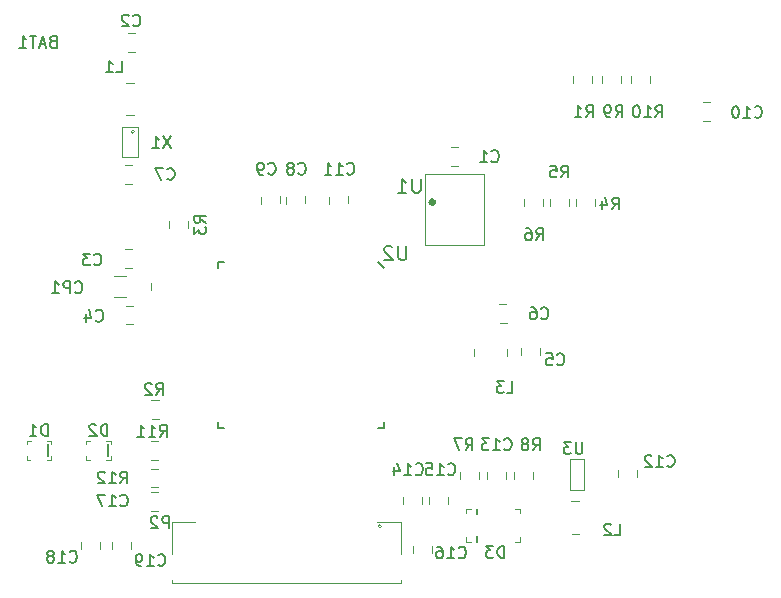
<source format=gbo>
G04 #@! TF.FileFunction,Legend,Bot*
%FSLAX46Y46*%
G04 Gerber Fmt 4.6, Leading zero omitted, Abs format (unit mm)*
G04 Created by KiCad (PCBNEW 4.0.2+dfsg1-stable) date Sat 12 May 2018 06:52:34 PM EDT*
%MOMM*%
G01*
G04 APERTURE LIST*
%ADD10C,0.100000*%
%ADD11C,0.120000*%
%ADD12C,0.150000*%
%ADD13C,0.500000*%
G04 APERTURE END LIST*
D10*
D11*
X135170000Y-77850000D02*
X134570000Y-77850000D01*
X135150000Y-76250000D02*
X134550000Y-76250000D01*
X134920000Y-96100000D02*
X134320000Y-96100000D01*
X134900000Y-94500000D02*
X134300000Y-94500000D01*
X135020000Y-100900000D02*
X134420000Y-100900000D01*
X135000000Y-99300000D02*
X134400000Y-99300000D01*
X169450000Y-102880000D02*
X169450000Y-103480000D01*
X167850000Y-102900000D02*
X167850000Y-103500000D01*
X166030000Y-99150000D02*
X166630000Y-99150000D01*
X166050000Y-100750000D02*
X166650000Y-100750000D01*
X134330000Y-87400000D02*
X134930000Y-87400000D01*
X134350000Y-89000000D02*
X134950000Y-89000000D01*
X147950000Y-90670000D02*
X147950000Y-90070000D01*
X149550000Y-90650000D02*
X149550000Y-90050000D01*
X145850000Y-90670000D02*
X145850000Y-90070000D01*
X147450000Y-90650000D02*
X147450000Y-90050000D01*
X183870000Y-83650000D02*
X183270000Y-83650000D01*
X183850000Y-82050000D02*
X183250000Y-82050000D01*
X151600000Y-90670000D02*
X151600000Y-90070000D01*
X153200000Y-90650000D02*
X153200000Y-90050000D01*
X176100000Y-113820000D02*
X176100000Y-113220000D01*
X177700000Y-113800000D02*
X177700000Y-113200000D01*
X165000000Y-114020000D02*
X165000000Y-113420000D01*
X166600000Y-114000000D02*
X166600000Y-113400000D01*
X159450000Y-115480000D02*
X159450000Y-116080000D01*
X157850000Y-115500000D02*
X157850000Y-116100000D01*
X161650000Y-115480000D02*
X161650000Y-116080000D01*
X160050000Y-115500000D02*
X160050000Y-116100000D01*
X160350000Y-119630000D02*
X160350000Y-120230000D01*
X158750000Y-119650000D02*
X158750000Y-120250000D01*
X137120000Y-116700000D02*
X136520000Y-116700000D01*
X137100000Y-115100000D02*
X136500000Y-115100000D01*
X132250000Y-119330000D02*
X132250000Y-119930000D01*
X130650000Y-119350000D02*
X130650000Y-119950000D01*
X134850000Y-119330000D02*
X134850000Y-119930000D01*
X133250000Y-119350000D02*
X133250000Y-119950000D01*
D10*
X136500000Y-97400000D02*
X136500000Y-98000000D01*
X133900000Y-98600000D02*
X134400000Y-98600000D01*
X133900000Y-98600000D02*
X133400000Y-98600000D01*
X133900000Y-96800000D02*
X134400000Y-96800000D01*
X133900000Y-96800000D02*
X133400000Y-96800000D01*
X127850000Y-111050000D02*
X127850000Y-112050000D01*
X127850000Y-112050000D02*
X127750000Y-112050000D01*
X127750000Y-112050000D02*
X127750000Y-111050000D01*
X127750000Y-111050000D02*
X127850000Y-111050000D01*
X128075000Y-112065000D02*
X128075000Y-112365000D01*
X127700000Y-112365000D02*
X128075000Y-112365000D01*
X126025000Y-112050000D02*
X126025000Y-112375000D01*
X126025000Y-112375000D02*
X126325000Y-112375000D01*
X126350000Y-110725000D02*
X126025000Y-110725000D01*
X126025000Y-110725000D02*
X126025000Y-111000000D01*
X127700000Y-110725000D02*
X128075000Y-110725000D01*
X128075000Y-110725000D02*
X128075000Y-111025000D01*
X132900000Y-111050000D02*
X132900000Y-112050000D01*
X132900000Y-112050000D02*
X132800000Y-112050000D01*
X132800000Y-112050000D02*
X132800000Y-111050000D01*
X132800000Y-111050000D02*
X132900000Y-111050000D01*
X133125000Y-112065000D02*
X133125000Y-112365000D01*
X132750000Y-112365000D02*
X133125000Y-112365000D01*
X131075000Y-112050000D02*
X131075000Y-112375000D01*
X131075000Y-112375000D02*
X131375000Y-112375000D01*
X131400000Y-110725000D02*
X131075000Y-110725000D01*
X131075000Y-110725000D02*
X131075000Y-111000000D01*
X132750000Y-110725000D02*
X133125000Y-110725000D01*
X133125000Y-110725000D02*
X133125000Y-111025000D01*
X135090000Y-83160000D02*
X134450000Y-83160000D01*
X135090000Y-80420000D02*
X134440000Y-80420000D01*
X172790000Y-118610000D02*
X172150000Y-118610000D01*
X172790000Y-115870000D02*
X172140000Y-115870000D01*
X166660000Y-102960000D02*
X166660000Y-103600000D01*
X163920000Y-102960000D02*
X163920000Y-103610000D01*
X156041421Y-118000000D02*
G75*
G03X156041421Y-118000000I-141421J0D01*
G01*
X157700000Y-122500000D02*
X157700000Y-122800000D01*
X157700000Y-122800000D02*
X138300000Y-122800000D01*
X138300000Y-122800000D02*
X138300000Y-122500000D01*
X138300000Y-120300000D02*
X138300000Y-117600000D01*
X138300000Y-117600000D02*
X140300000Y-117600000D01*
X155700000Y-117600000D02*
X157700000Y-117600000D01*
X157700000Y-117600000D02*
X157700000Y-120300000D01*
D11*
X172300000Y-80470000D02*
X172300000Y-79870000D01*
X173900000Y-80450000D02*
X173900000Y-79850000D01*
X136580000Y-107300000D02*
X137180000Y-107300000D01*
X136600000Y-108900000D02*
X137200000Y-108900000D01*
X138100000Y-92770000D02*
X138100000Y-92170000D01*
X139700000Y-92750000D02*
X139700000Y-92150000D01*
X174150000Y-90280000D02*
X174150000Y-90880000D01*
X172550000Y-90300000D02*
X172550000Y-90900000D01*
X171950000Y-90280000D02*
X171950000Y-90880000D01*
X170350000Y-90300000D02*
X170350000Y-90900000D01*
X169750000Y-90280000D02*
X169750000Y-90880000D01*
X168150000Y-90300000D02*
X168150000Y-90900000D01*
X162700000Y-114020000D02*
X162700000Y-113420000D01*
X164300000Y-114000000D02*
X164300000Y-113400000D01*
X168900000Y-113380000D02*
X168900000Y-113980000D01*
X167300000Y-113400000D02*
X167300000Y-114000000D01*
X174750000Y-80470000D02*
X174750000Y-79870000D01*
X176350000Y-80450000D02*
X176350000Y-79850000D01*
X177200000Y-80470000D02*
X177200000Y-79870000D01*
X178800000Y-80450000D02*
X178800000Y-79850000D01*
X137170000Y-112350000D02*
X136570000Y-112350000D01*
X137150000Y-110750000D02*
X136550000Y-110750000D01*
X137120000Y-114700000D02*
X136520000Y-114700000D01*
X137100000Y-113100000D02*
X136500000Y-113100000D01*
D12*
X156250000Y-96150000D02*
X155750000Y-95650000D01*
X142750000Y-95650000D02*
X142250000Y-95650000D01*
X142250000Y-95650000D02*
X142250000Y-96150000D01*
X155750000Y-109650000D02*
X156250000Y-109650000D01*
X156250000Y-109650000D02*
X156250000Y-109150000D01*
X142750000Y-109650000D02*
X142250000Y-109650000D01*
X142250000Y-109650000D02*
X142250000Y-109150000D01*
D10*
X172300000Y-114650000D02*
G75*
G03X172300000Y-114650000I-50000J0D01*
G01*
X173200000Y-114900000D02*
X173200000Y-112250000D01*
X173200000Y-112250000D02*
X172000000Y-112250000D01*
X172000000Y-112250000D02*
X172000000Y-114900000D01*
X172000000Y-114900000D02*
X173200000Y-114900000D01*
X135141421Y-84600000D02*
G75*
G03X135141421Y-84600000I-141421J0D01*
G01*
X134100000Y-84200000D02*
X134100000Y-86700000D01*
X134100000Y-86700000D02*
X135400000Y-86700000D01*
X135400000Y-86700000D02*
X135400000Y-84200000D01*
X135400000Y-84200000D02*
X134100000Y-84200000D01*
D11*
X162570000Y-87500000D02*
X161970000Y-87500000D01*
X162550000Y-85900000D02*
X161950000Y-85900000D01*
D13*
X160450000Y-90550000D02*
G75*
G03X160450000Y-90550000I-100000J0D01*
G01*
D10*
X164750000Y-88150000D02*
X164750000Y-94150000D01*
X159750000Y-94150000D02*
X159750000Y-88450000D01*
X159750000Y-88450000D02*
X159750000Y-88150000D01*
X159750000Y-88150000D02*
X159950000Y-88150000D01*
X159750000Y-94150000D02*
X164750000Y-94150000D01*
X164750000Y-88150000D02*
X159950000Y-88150000D01*
X164059820Y-116497920D02*
X164059820Y-116957660D01*
X164059820Y-116957660D02*
X164136020Y-116957660D01*
X164136020Y-116957660D02*
X164136020Y-116497920D01*
X164136020Y-116497920D02*
X164059820Y-116497920D01*
X164059820Y-119299540D02*
X164059820Y-118834720D01*
X164059820Y-118834720D02*
X164136020Y-118834720D01*
X164136020Y-118834720D02*
X164136020Y-119299540D01*
X164136020Y-119299540D02*
X164059820Y-119299540D01*
X167750000Y-116500000D02*
X167350000Y-116500000D01*
X167750000Y-116500000D02*
X167750000Y-116900000D01*
X163250000Y-116500000D02*
X163650000Y-116500000D01*
X163250000Y-116500000D02*
X163250000Y-116900000D01*
X163250000Y-119300000D02*
X163250000Y-118900000D01*
X163250000Y-119300000D02*
X163650000Y-119300000D01*
X167750000Y-119300000D02*
X167350000Y-119300000D01*
X167750000Y-119300000D02*
X167750000Y-118900000D01*
D12*
X128214285Y-76928571D02*
X128071428Y-76976190D01*
X128023809Y-77023810D01*
X127976190Y-77119048D01*
X127976190Y-77261905D01*
X128023809Y-77357143D01*
X128071428Y-77404762D01*
X128166666Y-77452381D01*
X128547619Y-77452381D01*
X128547619Y-76452381D01*
X128214285Y-76452381D01*
X128119047Y-76500000D01*
X128071428Y-76547619D01*
X128023809Y-76642857D01*
X128023809Y-76738095D01*
X128071428Y-76833333D01*
X128119047Y-76880952D01*
X128214285Y-76928571D01*
X128547619Y-76928571D01*
X127595238Y-77166667D02*
X127119047Y-77166667D01*
X127690476Y-77452381D02*
X127357143Y-76452381D01*
X127023809Y-77452381D01*
X126833333Y-76452381D02*
X126261904Y-76452381D01*
X126547619Y-77452381D02*
X126547619Y-76452381D01*
X125404761Y-77452381D02*
X125976190Y-77452381D01*
X125690476Y-77452381D02*
X125690476Y-76452381D01*
X125785714Y-76595238D01*
X125880952Y-76690476D01*
X125976190Y-76738095D01*
X135016666Y-75567143D02*
X135064285Y-75614762D01*
X135207142Y-75662381D01*
X135302380Y-75662381D01*
X135445238Y-75614762D01*
X135540476Y-75519524D01*
X135588095Y-75424286D01*
X135635714Y-75233810D01*
X135635714Y-75090952D01*
X135588095Y-74900476D01*
X135540476Y-74805238D01*
X135445238Y-74710000D01*
X135302380Y-74662381D01*
X135207142Y-74662381D01*
X135064285Y-74710000D01*
X135016666Y-74757619D01*
X134635714Y-74757619D02*
X134588095Y-74710000D01*
X134492857Y-74662381D01*
X134254761Y-74662381D01*
X134159523Y-74710000D01*
X134111904Y-74757619D01*
X134064285Y-74852857D01*
X134064285Y-74948095D01*
X134111904Y-75090952D01*
X134683333Y-75662381D01*
X134064285Y-75662381D01*
X131716666Y-95807143D02*
X131764285Y-95854762D01*
X131907142Y-95902381D01*
X132002380Y-95902381D01*
X132145238Y-95854762D01*
X132240476Y-95759524D01*
X132288095Y-95664286D01*
X132335714Y-95473810D01*
X132335714Y-95330952D01*
X132288095Y-95140476D01*
X132240476Y-95045238D01*
X132145238Y-94950000D01*
X132002380Y-94902381D01*
X131907142Y-94902381D01*
X131764285Y-94950000D01*
X131716666Y-94997619D01*
X131383333Y-94902381D02*
X130764285Y-94902381D01*
X131097619Y-95283333D01*
X130954761Y-95283333D01*
X130859523Y-95330952D01*
X130811904Y-95378571D01*
X130764285Y-95473810D01*
X130764285Y-95711905D01*
X130811904Y-95807143D01*
X130859523Y-95854762D01*
X130954761Y-95902381D01*
X131240476Y-95902381D01*
X131335714Y-95854762D01*
X131383333Y-95807143D01*
X131866666Y-100557143D02*
X131914285Y-100604762D01*
X132057142Y-100652381D01*
X132152380Y-100652381D01*
X132295238Y-100604762D01*
X132390476Y-100509524D01*
X132438095Y-100414286D01*
X132485714Y-100223810D01*
X132485714Y-100080952D01*
X132438095Y-99890476D01*
X132390476Y-99795238D01*
X132295238Y-99700000D01*
X132152380Y-99652381D01*
X132057142Y-99652381D01*
X131914285Y-99700000D01*
X131866666Y-99747619D01*
X131009523Y-99985714D02*
X131009523Y-100652381D01*
X131247619Y-99604762D02*
X131485714Y-100319048D01*
X130866666Y-100319048D01*
X170916666Y-104257143D02*
X170964285Y-104304762D01*
X171107142Y-104352381D01*
X171202380Y-104352381D01*
X171345238Y-104304762D01*
X171440476Y-104209524D01*
X171488095Y-104114286D01*
X171535714Y-103923810D01*
X171535714Y-103780952D01*
X171488095Y-103590476D01*
X171440476Y-103495238D01*
X171345238Y-103400000D01*
X171202380Y-103352381D01*
X171107142Y-103352381D01*
X170964285Y-103400000D01*
X170916666Y-103447619D01*
X170011904Y-103352381D02*
X170488095Y-103352381D01*
X170535714Y-103828571D01*
X170488095Y-103780952D01*
X170392857Y-103733333D01*
X170154761Y-103733333D01*
X170059523Y-103780952D01*
X170011904Y-103828571D01*
X169964285Y-103923810D01*
X169964285Y-104161905D01*
X170011904Y-104257143D01*
X170059523Y-104304762D01*
X170154761Y-104352381D01*
X170392857Y-104352381D01*
X170488095Y-104304762D01*
X170535714Y-104257143D01*
X169566666Y-100357143D02*
X169614285Y-100404762D01*
X169757142Y-100452381D01*
X169852380Y-100452381D01*
X169995238Y-100404762D01*
X170090476Y-100309524D01*
X170138095Y-100214286D01*
X170185714Y-100023810D01*
X170185714Y-99880952D01*
X170138095Y-99690476D01*
X170090476Y-99595238D01*
X169995238Y-99500000D01*
X169852380Y-99452381D01*
X169757142Y-99452381D01*
X169614285Y-99500000D01*
X169566666Y-99547619D01*
X168709523Y-99452381D02*
X168900000Y-99452381D01*
X168995238Y-99500000D01*
X169042857Y-99547619D01*
X169138095Y-99690476D01*
X169185714Y-99880952D01*
X169185714Y-100261905D01*
X169138095Y-100357143D01*
X169090476Y-100404762D01*
X168995238Y-100452381D01*
X168804761Y-100452381D01*
X168709523Y-100404762D01*
X168661904Y-100357143D01*
X168614285Y-100261905D01*
X168614285Y-100023810D01*
X168661904Y-99928571D01*
X168709523Y-99880952D01*
X168804761Y-99833333D01*
X168995238Y-99833333D01*
X169090476Y-99880952D01*
X169138095Y-99928571D01*
X169185714Y-100023810D01*
X137916666Y-88557143D02*
X137964285Y-88604762D01*
X138107142Y-88652381D01*
X138202380Y-88652381D01*
X138345238Y-88604762D01*
X138440476Y-88509524D01*
X138488095Y-88414286D01*
X138535714Y-88223810D01*
X138535714Y-88080952D01*
X138488095Y-87890476D01*
X138440476Y-87795238D01*
X138345238Y-87700000D01*
X138202380Y-87652381D01*
X138107142Y-87652381D01*
X137964285Y-87700000D01*
X137916666Y-87747619D01*
X137583333Y-87652381D02*
X136916666Y-87652381D01*
X137345238Y-88652381D01*
X149016666Y-88107143D02*
X149064285Y-88154762D01*
X149207142Y-88202381D01*
X149302380Y-88202381D01*
X149445238Y-88154762D01*
X149540476Y-88059524D01*
X149588095Y-87964286D01*
X149635714Y-87773810D01*
X149635714Y-87630952D01*
X149588095Y-87440476D01*
X149540476Y-87345238D01*
X149445238Y-87250000D01*
X149302380Y-87202381D01*
X149207142Y-87202381D01*
X149064285Y-87250000D01*
X149016666Y-87297619D01*
X148445238Y-87630952D02*
X148540476Y-87583333D01*
X148588095Y-87535714D01*
X148635714Y-87440476D01*
X148635714Y-87392857D01*
X148588095Y-87297619D01*
X148540476Y-87250000D01*
X148445238Y-87202381D01*
X148254761Y-87202381D01*
X148159523Y-87250000D01*
X148111904Y-87297619D01*
X148064285Y-87392857D01*
X148064285Y-87440476D01*
X148111904Y-87535714D01*
X148159523Y-87583333D01*
X148254761Y-87630952D01*
X148445238Y-87630952D01*
X148540476Y-87678571D01*
X148588095Y-87726190D01*
X148635714Y-87821429D01*
X148635714Y-88011905D01*
X148588095Y-88107143D01*
X148540476Y-88154762D01*
X148445238Y-88202381D01*
X148254761Y-88202381D01*
X148159523Y-88154762D01*
X148111904Y-88107143D01*
X148064285Y-88011905D01*
X148064285Y-87821429D01*
X148111904Y-87726190D01*
X148159523Y-87678571D01*
X148254761Y-87630952D01*
X146466666Y-88107143D02*
X146514285Y-88154762D01*
X146657142Y-88202381D01*
X146752380Y-88202381D01*
X146895238Y-88154762D01*
X146990476Y-88059524D01*
X147038095Y-87964286D01*
X147085714Y-87773810D01*
X147085714Y-87630952D01*
X147038095Y-87440476D01*
X146990476Y-87345238D01*
X146895238Y-87250000D01*
X146752380Y-87202381D01*
X146657142Y-87202381D01*
X146514285Y-87250000D01*
X146466666Y-87297619D01*
X145990476Y-88202381D02*
X145800000Y-88202381D01*
X145704761Y-88154762D01*
X145657142Y-88107143D01*
X145561904Y-87964286D01*
X145514285Y-87773810D01*
X145514285Y-87392857D01*
X145561904Y-87297619D01*
X145609523Y-87250000D01*
X145704761Y-87202381D01*
X145895238Y-87202381D01*
X145990476Y-87250000D01*
X146038095Y-87297619D01*
X146085714Y-87392857D01*
X146085714Y-87630952D01*
X146038095Y-87726190D01*
X145990476Y-87773810D01*
X145895238Y-87821429D01*
X145704761Y-87821429D01*
X145609523Y-87773810D01*
X145561904Y-87726190D01*
X145514285Y-87630952D01*
X187642857Y-83307143D02*
X187690476Y-83354762D01*
X187833333Y-83402381D01*
X187928571Y-83402381D01*
X188071429Y-83354762D01*
X188166667Y-83259524D01*
X188214286Y-83164286D01*
X188261905Y-82973810D01*
X188261905Y-82830952D01*
X188214286Y-82640476D01*
X188166667Y-82545238D01*
X188071429Y-82450000D01*
X187928571Y-82402381D01*
X187833333Y-82402381D01*
X187690476Y-82450000D01*
X187642857Y-82497619D01*
X186690476Y-83402381D02*
X187261905Y-83402381D01*
X186976191Y-83402381D02*
X186976191Y-82402381D01*
X187071429Y-82545238D01*
X187166667Y-82640476D01*
X187261905Y-82688095D01*
X186071429Y-82402381D02*
X185976190Y-82402381D01*
X185880952Y-82450000D01*
X185833333Y-82497619D01*
X185785714Y-82592857D01*
X185738095Y-82783333D01*
X185738095Y-83021429D01*
X185785714Y-83211905D01*
X185833333Y-83307143D01*
X185880952Y-83354762D01*
X185976190Y-83402381D01*
X186071429Y-83402381D01*
X186166667Y-83354762D01*
X186214286Y-83307143D01*
X186261905Y-83211905D01*
X186309524Y-83021429D01*
X186309524Y-82783333D01*
X186261905Y-82592857D01*
X186214286Y-82497619D01*
X186166667Y-82450000D01*
X186071429Y-82402381D01*
X153142857Y-88107143D02*
X153190476Y-88154762D01*
X153333333Y-88202381D01*
X153428571Y-88202381D01*
X153571429Y-88154762D01*
X153666667Y-88059524D01*
X153714286Y-87964286D01*
X153761905Y-87773810D01*
X153761905Y-87630952D01*
X153714286Y-87440476D01*
X153666667Y-87345238D01*
X153571429Y-87250000D01*
X153428571Y-87202381D01*
X153333333Y-87202381D01*
X153190476Y-87250000D01*
X153142857Y-87297619D01*
X152190476Y-88202381D02*
X152761905Y-88202381D01*
X152476191Y-88202381D02*
X152476191Y-87202381D01*
X152571429Y-87345238D01*
X152666667Y-87440476D01*
X152761905Y-87488095D01*
X151238095Y-88202381D02*
X151809524Y-88202381D01*
X151523810Y-88202381D02*
X151523810Y-87202381D01*
X151619048Y-87345238D01*
X151714286Y-87440476D01*
X151809524Y-87488095D01*
X180242857Y-112857143D02*
X180290476Y-112904762D01*
X180433333Y-112952381D01*
X180528571Y-112952381D01*
X180671429Y-112904762D01*
X180766667Y-112809524D01*
X180814286Y-112714286D01*
X180861905Y-112523810D01*
X180861905Y-112380952D01*
X180814286Y-112190476D01*
X180766667Y-112095238D01*
X180671429Y-112000000D01*
X180528571Y-111952381D01*
X180433333Y-111952381D01*
X180290476Y-112000000D01*
X180242857Y-112047619D01*
X179290476Y-112952381D02*
X179861905Y-112952381D01*
X179576191Y-112952381D02*
X179576191Y-111952381D01*
X179671429Y-112095238D01*
X179766667Y-112190476D01*
X179861905Y-112238095D01*
X178909524Y-112047619D02*
X178861905Y-112000000D01*
X178766667Y-111952381D01*
X178528571Y-111952381D01*
X178433333Y-112000000D01*
X178385714Y-112047619D01*
X178338095Y-112142857D01*
X178338095Y-112238095D01*
X178385714Y-112380952D01*
X178957143Y-112952381D01*
X178338095Y-112952381D01*
X166442857Y-111457143D02*
X166490476Y-111504762D01*
X166633333Y-111552381D01*
X166728571Y-111552381D01*
X166871429Y-111504762D01*
X166966667Y-111409524D01*
X167014286Y-111314286D01*
X167061905Y-111123810D01*
X167061905Y-110980952D01*
X167014286Y-110790476D01*
X166966667Y-110695238D01*
X166871429Y-110600000D01*
X166728571Y-110552381D01*
X166633333Y-110552381D01*
X166490476Y-110600000D01*
X166442857Y-110647619D01*
X165490476Y-111552381D02*
X166061905Y-111552381D01*
X165776191Y-111552381D02*
X165776191Y-110552381D01*
X165871429Y-110695238D01*
X165966667Y-110790476D01*
X166061905Y-110838095D01*
X165157143Y-110552381D02*
X164538095Y-110552381D01*
X164871429Y-110933333D01*
X164728571Y-110933333D01*
X164633333Y-110980952D01*
X164585714Y-111028571D01*
X164538095Y-111123810D01*
X164538095Y-111361905D01*
X164585714Y-111457143D01*
X164633333Y-111504762D01*
X164728571Y-111552381D01*
X165014286Y-111552381D01*
X165109524Y-111504762D01*
X165157143Y-111457143D01*
X158942857Y-113557143D02*
X158990476Y-113604762D01*
X159133333Y-113652381D01*
X159228571Y-113652381D01*
X159371429Y-113604762D01*
X159466667Y-113509524D01*
X159514286Y-113414286D01*
X159561905Y-113223810D01*
X159561905Y-113080952D01*
X159514286Y-112890476D01*
X159466667Y-112795238D01*
X159371429Y-112700000D01*
X159228571Y-112652381D01*
X159133333Y-112652381D01*
X158990476Y-112700000D01*
X158942857Y-112747619D01*
X157990476Y-113652381D02*
X158561905Y-113652381D01*
X158276191Y-113652381D02*
X158276191Y-112652381D01*
X158371429Y-112795238D01*
X158466667Y-112890476D01*
X158561905Y-112938095D01*
X157133333Y-112985714D02*
X157133333Y-113652381D01*
X157371429Y-112604762D02*
X157609524Y-113319048D01*
X156990476Y-113319048D01*
X161692857Y-113557143D02*
X161740476Y-113604762D01*
X161883333Y-113652381D01*
X161978571Y-113652381D01*
X162121429Y-113604762D01*
X162216667Y-113509524D01*
X162264286Y-113414286D01*
X162311905Y-113223810D01*
X162311905Y-113080952D01*
X162264286Y-112890476D01*
X162216667Y-112795238D01*
X162121429Y-112700000D01*
X161978571Y-112652381D01*
X161883333Y-112652381D01*
X161740476Y-112700000D01*
X161692857Y-112747619D01*
X160740476Y-113652381D02*
X161311905Y-113652381D01*
X161026191Y-113652381D02*
X161026191Y-112652381D01*
X161121429Y-112795238D01*
X161216667Y-112890476D01*
X161311905Y-112938095D01*
X159835714Y-112652381D02*
X160311905Y-112652381D01*
X160359524Y-113128571D01*
X160311905Y-113080952D01*
X160216667Y-113033333D01*
X159978571Y-113033333D01*
X159883333Y-113080952D01*
X159835714Y-113128571D01*
X159788095Y-113223810D01*
X159788095Y-113461905D01*
X159835714Y-113557143D01*
X159883333Y-113604762D01*
X159978571Y-113652381D01*
X160216667Y-113652381D01*
X160311905Y-113604762D01*
X160359524Y-113557143D01*
X162592857Y-120607143D02*
X162640476Y-120654762D01*
X162783333Y-120702381D01*
X162878571Y-120702381D01*
X163021429Y-120654762D01*
X163116667Y-120559524D01*
X163164286Y-120464286D01*
X163211905Y-120273810D01*
X163211905Y-120130952D01*
X163164286Y-119940476D01*
X163116667Y-119845238D01*
X163021429Y-119750000D01*
X162878571Y-119702381D01*
X162783333Y-119702381D01*
X162640476Y-119750000D01*
X162592857Y-119797619D01*
X161640476Y-120702381D02*
X162211905Y-120702381D01*
X161926191Y-120702381D02*
X161926191Y-119702381D01*
X162021429Y-119845238D01*
X162116667Y-119940476D01*
X162211905Y-119988095D01*
X160783333Y-119702381D02*
X160973810Y-119702381D01*
X161069048Y-119750000D01*
X161116667Y-119797619D01*
X161211905Y-119940476D01*
X161259524Y-120130952D01*
X161259524Y-120511905D01*
X161211905Y-120607143D01*
X161164286Y-120654762D01*
X161069048Y-120702381D01*
X160878571Y-120702381D01*
X160783333Y-120654762D01*
X160735714Y-120607143D01*
X160688095Y-120511905D01*
X160688095Y-120273810D01*
X160735714Y-120178571D01*
X160783333Y-120130952D01*
X160878571Y-120083333D01*
X161069048Y-120083333D01*
X161164286Y-120130952D01*
X161211905Y-120178571D01*
X161259524Y-120273810D01*
X133942857Y-116207143D02*
X133990476Y-116254762D01*
X134133333Y-116302381D01*
X134228571Y-116302381D01*
X134371429Y-116254762D01*
X134466667Y-116159524D01*
X134514286Y-116064286D01*
X134561905Y-115873810D01*
X134561905Y-115730952D01*
X134514286Y-115540476D01*
X134466667Y-115445238D01*
X134371429Y-115350000D01*
X134228571Y-115302381D01*
X134133333Y-115302381D01*
X133990476Y-115350000D01*
X133942857Y-115397619D01*
X132990476Y-116302381D02*
X133561905Y-116302381D01*
X133276191Y-116302381D02*
X133276191Y-115302381D01*
X133371429Y-115445238D01*
X133466667Y-115540476D01*
X133561905Y-115588095D01*
X132657143Y-115302381D02*
X131990476Y-115302381D01*
X132419048Y-116302381D01*
X129642857Y-120957143D02*
X129690476Y-121004762D01*
X129833333Y-121052381D01*
X129928571Y-121052381D01*
X130071429Y-121004762D01*
X130166667Y-120909524D01*
X130214286Y-120814286D01*
X130261905Y-120623810D01*
X130261905Y-120480952D01*
X130214286Y-120290476D01*
X130166667Y-120195238D01*
X130071429Y-120100000D01*
X129928571Y-120052381D01*
X129833333Y-120052381D01*
X129690476Y-120100000D01*
X129642857Y-120147619D01*
X128690476Y-121052381D02*
X129261905Y-121052381D01*
X128976191Y-121052381D02*
X128976191Y-120052381D01*
X129071429Y-120195238D01*
X129166667Y-120290476D01*
X129261905Y-120338095D01*
X128119048Y-120480952D02*
X128214286Y-120433333D01*
X128261905Y-120385714D01*
X128309524Y-120290476D01*
X128309524Y-120242857D01*
X128261905Y-120147619D01*
X128214286Y-120100000D01*
X128119048Y-120052381D01*
X127928571Y-120052381D01*
X127833333Y-120100000D01*
X127785714Y-120147619D01*
X127738095Y-120242857D01*
X127738095Y-120290476D01*
X127785714Y-120385714D01*
X127833333Y-120433333D01*
X127928571Y-120480952D01*
X128119048Y-120480952D01*
X128214286Y-120528571D01*
X128261905Y-120576190D01*
X128309524Y-120671429D01*
X128309524Y-120861905D01*
X128261905Y-120957143D01*
X128214286Y-121004762D01*
X128119048Y-121052381D01*
X127928571Y-121052381D01*
X127833333Y-121004762D01*
X127785714Y-120957143D01*
X127738095Y-120861905D01*
X127738095Y-120671429D01*
X127785714Y-120576190D01*
X127833333Y-120528571D01*
X127928571Y-120480952D01*
X137142857Y-121257143D02*
X137190476Y-121304762D01*
X137333333Y-121352381D01*
X137428571Y-121352381D01*
X137571429Y-121304762D01*
X137666667Y-121209524D01*
X137714286Y-121114286D01*
X137761905Y-120923810D01*
X137761905Y-120780952D01*
X137714286Y-120590476D01*
X137666667Y-120495238D01*
X137571429Y-120400000D01*
X137428571Y-120352381D01*
X137333333Y-120352381D01*
X137190476Y-120400000D01*
X137142857Y-120447619D01*
X136190476Y-121352381D02*
X136761905Y-121352381D01*
X136476191Y-121352381D02*
X136476191Y-120352381D01*
X136571429Y-120495238D01*
X136666667Y-120590476D01*
X136761905Y-120638095D01*
X135714286Y-121352381D02*
X135523810Y-121352381D01*
X135428571Y-121304762D01*
X135380952Y-121257143D01*
X135285714Y-121114286D01*
X135238095Y-120923810D01*
X135238095Y-120542857D01*
X135285714Y-120447619D01*
X135333333Y-120400000D01*
X135428571Y-120352381D01*
X135619048Y-120352381D01*
X135714286Y-120400000D01*
X135761905Y-120447619D01*
X135809524Y-120542857D01*
X135809524Y-120780952D01*
X135761905Y-120876190D01*
X135714286Y-120923810D01*
X135619048Y-120971429D01*
X135428571Y-120971429D01*
X135333333Y-120923810D01*
X135285714Y-120876190D01*
X135238095Y-120780952D01*
X130116666Y-98157143D02*
X130164285Y-98204762D01*
X130307142Y-98252381D01*
X130402380Y-98252381D01*
X130545238Y-98204762D01*
X130640476Y-98109524D01*
X130688095Y-98014286D01*
X130735714Y-97823810D01*
X130735714Y-97680952D01*
X130688095Y-97490476D01*
X130640476Y-97395238D01*
X130545238Y-97300000D01*
X130402380Y-97252381D01*
X130307142Y-97252381D01*
X130164285Y-97300000D01*
X130116666Y-97347619D01*
X129688095Y-98252381D02*
X129688095Y-97252381D01*
X129307142Y-97252381D01*
X129211904Y-97300000D01*
X129164285Y-97347619D01*
X129116666Y-97442857D01*
X129116666Y-97585714D01*
X129164285Y-97680952D01*
X129211904Y-97728571D01*
X129307142Y-97776190D01*
X129688095Y-97776190D01*
X128164285Y-98252381D02*
X128735714Y-98252381D01*
X128450000Y-98252381D02*
X128450000Y-97252381D01*
X128545238Y-97395238D01*
X128640476Y-97490476D01*
X128735714Y-97538095D01*
X127788095Y-110322381D02*
X127788095Y-109322381D01*
X127550000Y-109322381D01*
X127407142Y-109370000D01*
X127311904Y-109465238D01*
X127264285Y-109560476D01*
X127216666Y-109750952D01*
X127216666Y-109893810D01*
X127264285Y-110084286D01*
X127311904Y-110179524D01*
X127407142Y-110274762D01*
X127550000Y-110322381D01*
X127788095Y-110322381D01*
X126264285Y-110322381D02*
X126835714Y-110322381D01*
X126550000Y-110322381D02*
X126550000Y-109322381D01*
X126645238Y-109465238D01*
X126740476Y-109560476D01*
X126835714Y-109608095D01*
X132838095Y-110322381D02*
X132838095Y-109322381D01*
X132600000Y-109322381D01*
X132457142Y-109370000D01*
X132361904Y-109465238D01*
X132314285Y-109560476D01*
X132266666Y-109750952D01*
X132266666Y-109893810D01*
X132314285Y-110084286D01*
X132361904Y-110179524D01*
X132457142Y-110274762D01*
X132600000Y-110322381D01*
X132838095Y-110322381D01*
X131885714Y-109417619D02*
X131838095Y-109370000D01*
X131742857Y-109322381D01*
X131504761Y-109322381D01*
X131409523Y-109370000D01*
X131361904Y-109417619D01*
X131314285Y-109512857D01*
X131314285Y-109608095D01*
X131361904Y-109750952D01*
X131933333Y-110322381D01*
X131314285Y-110322381D01*
X133566666Y-79552381D02*
X134042857Y-79552381D01*
X134042857Y-78552381D01*
X132709523Y-79552381D02*
X133280952Y-79552381D01*
X132995238Y-79552381D02*
X132995238Y-78552381D01*
X133090476Y-78695238D01*
X133185714Y-78790476D01*
X133280952Y-78838095D01*
X175766666Y-118752381D02*
X176242857Y-118752381D01*
X176242857Y-117752381D01*
X175480952Y-117847619D02*
X175433333Y-117800000D01*
X175338095Y-117752381D01*
X175099999Y-117752381D01*
X175004761Y-117800000D01*
X174957142Y-117847619D01*
X174909523Y-117942857D01*
X174909523Y-118038095D01*
X174957142Y-118180952D01*
X175528571Y-118752381D01*
X174909523Y-118752381D01*
X166666666Y-106702381D02*
X167142857Y-106702381D01*
X167142857Y-105702381D01*
X166428571Y-105702381D02*
X165809523Y-105702381D01*
X166142857Y-106083333D01*
X165999999Y-106083333D01*
X165904761Y-106130952D01*
X165857142Y-106178571D01*
X165809523Y-106273810D01*
X165809523Y-106511905D01*
X165857142Y-106607143D01*
X165904761Y-106654762D01*
X165999999Y-106702381D01*
X166285714Y-106702381D01*
X166380952Y-106654762D01*
X166428571Y-106607143D01*
X138038095Y-118152381D02*
X138038095Y-117152381D01*
X137657142Y-117152381D01*
X137561904Y-117200000D01*
X137514285Y-117247619D01*
X137466666Y-117342857D01*
X137466666Y-117485714D01*
X137514285Y-117580952D01*
X137561904Y-117628571D01*
X137657142Y-117676190D01*
X138038095Y-117676190D01*
X137085714Y-117247619D02*
X137038095Y-117200000D01*
X136942857Y-117152381D01*
X136704761Y-117152381D01*
X136609523Y-117200000D01*
X136561904Y-117247619D01*
X136514285Y-117342857D01*
X136514285Y-117438095D01*
X136561904Y-117580952D01*
X137133333Y-118152381D01*
X136514285Y-118152381D01*
X173366666Y-83352381D02*
X173700000Y-82876190D01*
X173938095Y-83352381D02*
X173938095Y-82352381D01*
X173557142Y-82352381D01*
X173461904Y-82400000D01*
X173414285Y-82447619D01*
X173366666Y-82542857D01*
X173366666Y-82685714D01*
X173414285Y-82780952D01*
X173461904Y-82828571D01*
X173557142Y-82876190D01*
X173938095Y-82876190D01*
X172414285Y-83352381D02*
X172985714Y-83352381D01*
X172700000Y-83352381D02*
X172700000Y-82352381D01*
X172795238Y-82495238D01*
X172890476Y-82590476D01*
X172985714Y-82638095D01*
X136966666Y-106852381D02*
X137300000Y-106376190D01*
X137538095Y-106852381D02*
X137538095Y-105852381D01*
X137157142Y-105852381D01*
X137061904Y-105900000D01*
X137014285Y-105947619D01*
X136966666Y-106042857D01*
X136966666Y-106185714D01*
X137014285Y-106280952D01*
X137061904Y-106328571D01*
X137157142Y-106376190D01*
X137538095Y-106376190D01*
X136585714Y-105947619D02*
X136538095Y-105900000D01*
X136442857Y-105852381D01*
X136204761Y-105852381D01*
X136109523Y-105900000D01*
X136061904Y-105947619D01*
X136014285Y-106042857D01*
X136014285Y-106138095D01*
X136061904Y-106280952D01*
X136633333Y-106852381D01*
X136014285Y-106852381D01*
X141192381Y-92283334D02*
X140716190Y-91950000D01*
X141192381Y-91711905D02*
X140192381Y-91711905D01*
X140192381Y-92092858D01*
X140240000Y-92188096D01*
X140287619Y-92235715D01*
X140382857Y-92283334D01*
X140525714Y-92283334D01*
X140620952Y-92235715D01*
X140668571Y-92188096D01*
X140716190Y-92092858D01*
X140716190Y-91711905D01*
X140192381Y-92616667D02*
X140192381Y-93235715D01*
X140573333Y-92902381D01*
X140573333Y-93045239D01*
X140620952Y-93140477D01*
X140668571Y-93188096D01*
X140763810Y-93235715D01*
X141001905Y-93235715D01*
X141097143Y-93188096D01*
X141144762Y-93140477D01*
X141192381Y-93045239D01*
X141192381Y-92759524D01*
X141144762Y-92664286D01*
X141097143Y-92616667D01*
X175566666Y-91152381D02*
X175900000Y-90676190D01*
X176138095Y-91152381D02*
X176138095Y-90152381D01*
X175757142Y-90152381D01*
X175661904Y-90200000D01*
X175614285Y-90247619D01*
X175566666Y-90342857D01*
X175566666Y-90485714D01*
X175614285Y-90580952D01*
X175661904Y-90628571D01*
X175757142Y-90676190D01*
X176138095Y-90676190D01*
X174709523Y-90485714D02*
X174709523Y-91152381D01*
X174947619Y-90104762D02*
X175185714Y-90819048D01*
X174566666Y-90819048D01*
X171266666Y-88452381D02*
X171600000Y-87976190D01*
X171838095Y-88452381D02*
X171838095Y-87452381D01*
X171457142Y-87452381D01*
X171361904Y-87500000D01*
X171314285Y-87547619D01*
X171266666Y-87642857D01*
X171266666Y-87785714D01*
X171314285Y-87880952D01*
X171361904Y-87928571D01*
X171457142Y-87976190D01*
X171838095Y-87976190D01*
X170361904Y-87452381D02*
X170838095Y-87452381D01*
X170885714Y-87928571D01*
X170838095Y-87880952D01*
X170742857Y-87833333D01*
X170504761Y-87833333D01*
X170409523Y-87880952D01*
X170361904Y-87928571D01*
X170314285Y-88023810D01*
X170314285Y-88261905D01*
X170361904Y-88357143D01*
X170409523Y-88404762D01*
X170504761Y-88452381D01*
X170742857Y-88452381D01*
X170838095Y-88404762D01*
X170885714Y-88357143D01*
X169166666Y-93752381D02*
X169500000Y-93276190D01*
X169738095Y-93752381D02*
X169738095Y-92752381D01*
X169357142Y-92752381D01*
X169261904Y-92800000D01*
X169214285Y-92847619D01*
X169166666Y-92942857D01*
X169166666Y-93085714D01*
X169214285Y-93180952D01*
X169261904Y-93228571D01*
X169357142Y-93276190D01*
X169738095Y-93276190D01*
X168309523Y-92752381D02*
X168500000Y-92752381D01*
X168595238Y-92800000D01*
X168642857Y-92847619D01*
X168738095Y-92990476D01*
X168785714Y-93180952D01*
X168785714Y-93561905D01*
X168738095Y-93657143D01*
X168690476Y-93704762D01*
X168595238Y-93752381D01*
X168404761Y-93752381D01*
X168309523Y-93704762D01*
X168261904Y-93657143D01*
X168214285Y-93561905D01*
X168214285Y-93323810D01*
X168261904Y-93228571D01*
X168309523Y-93180952D01*
X168404761Y-93133333D01*
X168595238Y-93133333D01*
X168690476Y-93180952D01*
X168738095Y-93228571D01*
X168785714Y-93323810D01*
X163166666Y-111552381D02*
X163500000Y-111076190D01*
X163738095Y-111552381D02*
X163738095Y-110552381D01*
X163357142Y-110552381D01*
X163261904Y-110600000D01*
X163214285Y-110647619D01*
X163166666Y-110742857D01*
X163166666Y-110885714D01*
X163214285Y-110980952D01*
X163261904Y-111028571D01*
X163357142Y-111076190D01*
X163738095Y-111076190D01*
X162833333Y-110552381D02*
X162166666Y-110552381D01*
X162595238Y-111552381D01*
X168866666Y-111552381D02*
X169200000Y-111076190D01*
X169438095Y-111552381D02*
X169438095Y-110552381D01*
X169057142Y-110552381D01*
X168961904Y-110600000D01*
X168914285Y-110647619D01*
X168866666Y-110742857D01*
X168866666Y-110885714D01*
X168914285Y-110980952D01*
X168961904Y-111028571D01*
X169057142Y-111076190D01*
X169438095Y-111076190D01*
X168295238Y-110980952D02*
X168390476Y-110933333D01*
X168438095Y-110885714D01*
X168485714Y-110790476D01*
X168485714Y-110742857D01*
X168438095Y-110647619D01*
X168390476Y-110600000D01*
X168295238Y-110552381D01*
X168104761Y-110552381D01*
X168009523Y-110600000D01*
X167961904Y-110647619D01*
X167914285Y-110742857D01*
X167914285Y-110790476D01*
X167961904Y-110885714D01*
X168009523Y-110933333D01*
X168104761Y-110980952D01*
X168295238Y-110980952D01*
X168390476Y-111028571D01*
X168438095Y-111076190D01*
X168485714Y-111171429D01*
X168485714Y-111361905D01*
X168438095Y-111457143D01*
X168390476Y-111504762D01*
X168295238Y-111552381D01*
X168104761Y-111552381D01*
X168009523Y-111504762D01*
X167961904Y-111457143D01*
X167914285Y-111361905D01*
X167914285Y-111171429D01*
X167961904Y-111076190D01*
X168009523Y-111028571D01*
X168104761Y-110980952D01*
X175866666Y-83352381D02*
X176200000Y-82876190D01*
X176438095Y-83352381D02*
X176438095Y-82352381D01*
X176057142Y-82352381D01*
X175961904Y-82400000D01*
X175914285Y-82447619D01*
X175866666Y-82542857D01*
X175866666Y-82685714D01*
X175914285Y-82780952D01*
X175961904Y-82828571D01*
X176057142Y-82876190D01*
X176438095Y-82876190D01*
X175390476Y-83352381D02*
X175200000Y-83352381D01*
X175104761Y-83304762D01*
X175057142Y-83257143D01*
X174961904Y-83114286D01*
X174914285Y-82923810D01*
X174914285Y-82542857D01*
X174961904Y-82447619D01*
X175009523Y-82400000D01*
X175104761Y-82352381D01*
X175295238Y-82352381D01*
X175390476Y-82400000D01*
X175438095Y-82447619D01*
X175485714Y-82542857D01*
X175485714Y-82780952D01*
X175438095Y-82876190D01*
X175390476Y-82923810D01*
X175295238Y-82971429D01*
X175104761Y-82971429D01*
X175009523Y-82923810D01*
X174961904Y-82876190D01*
X174914285Y-82780952D01*
X179242857Y-83352381D02*
X179576191Y-82876190D01*
X179814286Y-83352381D02*
X179814286Y-82352381D01*
X179433333Y-82352381D01*
X179338095Y-82400000D01*
X179290476Y-82447619D01*
X179242857Y-82542857D01*
X179242857Y-82685714D01*
X179290476Y-82780952D01*
X179338095Y-82828571D01*
X179433333Y-82876190D01*
X179814286Y-82876190D01*
X178290476Y-83352381D02*
X178861905Y-83352381D01*
X178576191Y-83352381D02*
X178576191Y-82352381D01*
X178671429Y-82495238D01*
X178766667Y-82590476D01*
X178861905Y-82638095D01*
X177671429Y-82352381D02*
X177576190Y-82352381D01*
X177480952Y-82400000D01*
X177433333Y-82447619D01*
X177385714Y-82542857D01*
X177338095Y-82733333D01*
X177338095Y-82971429D01*
X177385714Y-83161905D01*
X177433333Y-83257143D01*
X177480952Y-83304762D01*
X177576190Y-83352381D01*
X177671429Y-83352381D01*
X177766667Y-83304762D01*
X177814286Y-83257143D01*
X177861905Y-83161905D01*
X177909524Y-82971429D01*
X177909524Y-82733333D01*
X177861905Y-82542857D01*
X177814286Y-82447619D01*
X177766667Y-82400000D01*
X177671429Y-82352381D01*
X137292857Y-110402381D02*
X137626191Y-109926190D01*
X137864286Y-110402381D02*
X137864286Y-109402381D01*
X137483333Y-109402381D01*
X137388095Y-109450000D01*
X137340476Y-109497619D01*
X137292857Y-109592857D01*
X137292857Y-109735714D01*
X137340476Y-109830952D01*
X137388095Y-109878571D01*
X137483333Y-109926190D01*
X137864286Y-109926190D01*
X136340476Y-110402381D02*
X136911905Y-110402381D01*
X136626191Y-110402381D02*
X136626191Y-109402381D01*
X136721429Y-109545238D01*
X136816667Y-109640476D01*
X136911905Y-109688095D01*
X135388095Y-110402381D02*
X135959524Y-110402381D01*
X135673810Y-110402381D02*
X135673810Y-109402381D01*
X135769048Y-109545238D01*
X135864286Y-109640476D01*
X135959524Y-109688095D01*
X133942857Y-114352381D02*
X134276191Y-113876190D01*
X134514286Y-114352381D02*
X134514286Y-113352381D01*
X134133333Y-113352381D01*
X134038095Y-113400000D01*
X133990476Y-113447619D01*
X133942857Y-113542857D01*
X133942857Y-113685714D01*
X133990476Y-113780952D01*
X134038095Y-113828571D01*
X134133333Y-113876190D01*
X134514286Y-113876190D01*
X132990476Y-114352381D02*
X133561905Y-114352381D01*
X133276191Y-114352381D02*
X133276191Y-113352381D01*
X133371429Y-113495238D01*
X133466667Y-113590476D01*
X133561905Y-113638095D01*
X132609524Y-113447619D02*
X132561905Y-113400000D01*
X132466667Y-113352381D01*
X132228571Y-113352381D01*
X132133333Y-113400000D01*
X132085714Y-113447619D01*
X132038095Y-113542857D01*
X132038095Y-113638095D01*
X132085714Y-113780952D01*
X132657143Y-114352381D01*
X132038095Y-114352381D01*
X158164286Y-94242857D02*
X158164286Y-95214286D01*
X158107143Y-95328571D01*
X158050000Y-95385714D01*
X157935714Y-95442857D01*
X157707143Y-95442857D01*
X157592857Y-95385714D01*
X157535714Y-95328571D01*
X157478571Y-95214286D01*
X157478571Y-94242857D01*
X156964286Y-94357143D02*
X156907143Y-94300000D01*
X156792857Y-94242857D01*
X156507143Y-94242857D01*
X156392857Y-94300000D01*
X156335714Y-94357143D01*
X156278571Y-94471429D01*
X156278571Y-94585714D01*
X156335714Y-94757143D01*
X157021428Y-95442857D01*
X156278571Y-95442857D01*
X173061905Y-110852381D02*
X173061905Y-111661905D01*
X173014286Y-111757143D01*
X172966667Y-111804762D01*
X172871429Y-111852381D01*
X172680952Y-111852381D01*
X172585714Y-111804762D01*
X172538095Y-111757143D01*
X172490476Y-111661905D01*
X172490476Y-110852381D01*
X172109524Y-110852381D02*
X171490476Y-110852381D01*
X171823810Y-111233333D01*
X171680952Y-111233333D01*
X171585714Y-111280952D01*
X171538095Y-111328571D01*
X171490476Y-111423810D01*
X171490476Y-111661905D01*
X171538095Y-111757143D01*
X171585714Y-111804762D01*
X171680952Y-111852381D01*
X171966667Y-111852381D01*
X172061905Y-111804762D01*
X172109524Y-111757143D01*
X138209524Y-84952381D02*
X137542857Y-85952381D01*
X137542857Y-84952381D02*
X138209524Y-85952381D01*
X136638095Y-85952381D02*
X137209524Y-85952381D01*
X136923810Y-85952381D02*
X136923810Y-84952381D01*
X137019048Y-85095238D01*
X137114286Y-85190476D01*
X137209524Y-85238095D01*
X165366666Y-87057143D02*
X165414285Y-87104762D01*
X165557142Y-87152381D01*
X165652380Y-87152381D01*
X165795238Y-87104762D01*
X165890476Y-87009524D01*
X165938095Y-86914286D01*
X165985714Y-86723810D01*
X165985714Y-86580952D01*
X165938095Y-86390476D01*
X165890476Y-86295238D01*
X165795238Y-86200000D01*
X165652380Y-86152381D01*
X165557142Y-86152381D01*
X165414285Y-86200000D01*
X165366666Y-86247619D01*
X164414285Y-87152381D02*
X164985714Y-87152381D01*
X164700000Y-87152381D02*
X164700000Y-86152381D01*
X164795238Y-86295238D01*
X164890476Y-86390476D01*
X164985714Y-86438095D01*
X159364286Y-88542857D02*
X159364286Y-89514286D01*
X159307143Y-89628571D01*
X159250000Y-89685714D01*
X159135714Y-89742857D01*
X158907143Y-89742857D01*
X158792857Y-89685714D01*
X158735714Y-89628571D01*
X158678571Y-89514286D01*
X158678571Y-88542857D01*
X157478571Y-89742857D02*
X158164286Y-89742857D01*
X157821428Y-89742857D02*
X157821428Y-88542857D01*
X157935714Y-88714286D01*
X158050000Y-88828571D01*
X158164286Y-88885714D01*
X166438095Y-120652381D02*
X166438095Y-119652381D01*
X166200000Y-119652381D01*
X166057142Y-119700000D01*
X165961904Y-119795238D01*
X165914285Y-119890476D01*
X165866666Y-120080952D01*
X165866666Y-120223810D01*
X165914285Y-120414286D01*
X165961904Y-120509524D01*
X166057142Y-120604762D01*
X166200000Y-120652381D01*
X166438095Y-120652381D01*
X165533333Y-119652381D02*
X164914285Y-119652381D01*
X165247619Y-120033333D01*
X165104761Y-120033333D01*
X165009523Y-120080952D01*
X164961904Y-120128571D01*
X164914285Y-120223810D01*
X164914285Y-120461905D01*
X164961904Y-120557143D01*
X165009523Y-120604762D01*
X165104761Y-120652381D01*
X165390476Y-120652381D01*
X165485714Y-120604762D01*
X165533333Y-120557143D01*
M02*

</source>
